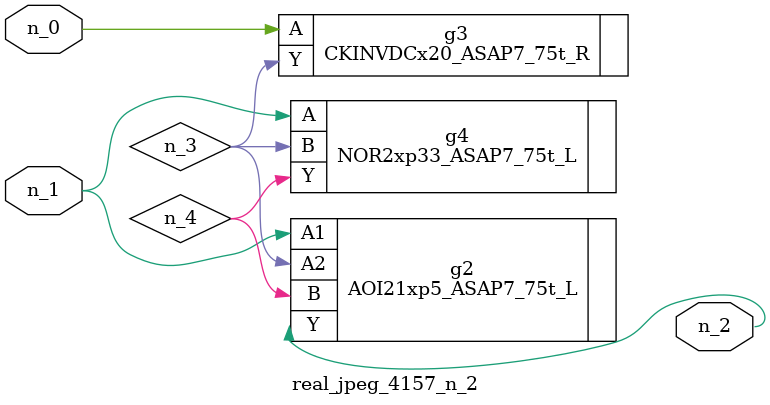
<source format=v>
module real_jpeg_4157_n_2 (n_1, n_0, n_2);

input n_1;
input n_0;

output n_2;

wire n_4;
wire n_3;

CKINVDCx20_ASAP7_75t_R g3 ( 
.A(n_0),
.Y(n_3)
);

AOI21xp5_ASAP7_75t_L g2 ( 
.A1(n_1),
.A2(n_3),
.B(n_4),
.Y(n_2)
);

NOR2xp33_ASAP7_75t_L g4 ( 
.A(n_1),
.B(n_3),
.Y(n_4)
);


endmodule
</source>
